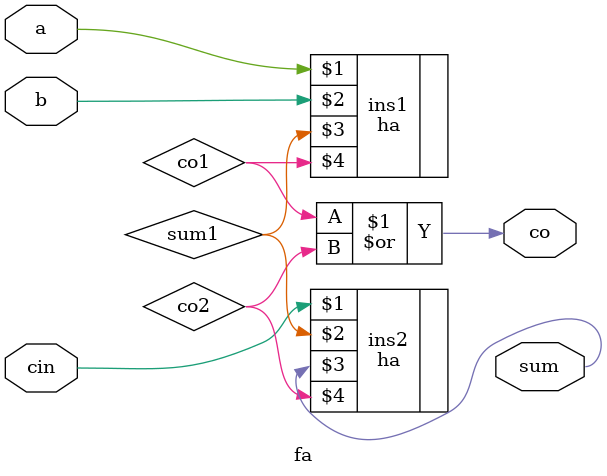
<source format=v>
module fa(a,b,cin,sum,co);
input a,b,cin;
output sum,co;
ha ins1(a,b,sum1,co1);
ha ins2(cin,sum1,sum,co2);
or(co,co1,co2);
endmodule
</source>
